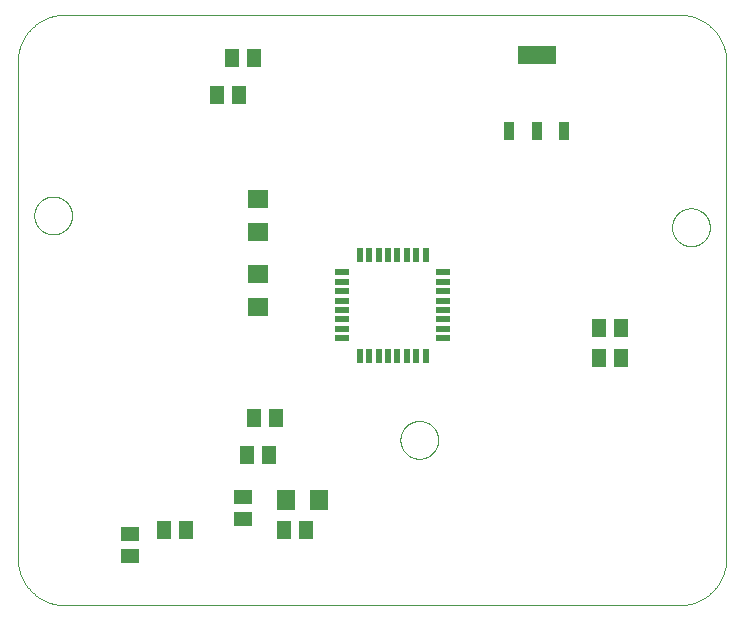
<source format=gbp>
G75*
%MOIN*%
%OFA0B0*%
%FSLAX25Y25*%
%IPPOS*%
%LPD*%
%AMOC8*
5,1,8,0,0,1.08239X$1,22.5*
%
%ADD10C,0.00000*%
%ADD11R,0.03500X0.06400*%
%ADD12R,0.12500X0.06400*%
%ADD13R,0.05906X0.05118*%
%ADD14R,0.05000X0.02200*%
%ADD15R,0.02200X0.05000*%
%ADD16R,0.07087X0.06299*%
%ADD17R,0.05118X0.05906*%
%ADD18R,0.06299X0.07087*%
D10*
X0016748Y0029795D02*
X0221472Y0029795D01*
X0221853Y0029800D01*
X0222233Y0029813D01*
X0222613Y0029836D01*
X0222992Y0029869D01*
X0223370Y0029910D01*
X0223747Y0029960D01*
X0224123Y0030020D01*
X0224498Y0030088D01*
X0224870Y0030166D01*
X0225241Y0030253D01*
X0225609Y0030348D01*
X0225975Y0030453D01*
X0226338Y0030566D01*
X0226699Y0030688D01*
X0227056Y0030818D01*
X0227410Y0030958D01*
X0227761Y0031105D01*
X0228108Y0031262D01*
X0228451Y0031426D01*
X0228790Y0031599D01*
X0229125Y0031780D01*
X0229456Y0031969D01*
X0229781Y0032166D01*
X0230102Y0032370D01*
X0230418Y0032583D01*
X0230728Y0032803D01*
X0231034Y0033030D01*
X0231333Y0033265D01*
X0231627Y0033507D01*
X0231915Y0033755D01*
X0232197Y0034011D01*
X0232472Y0034274D01*
X0232741Y0034543D01*
X0233004Y0034818D01*
X0233260Y0035100D01*
X0233508Y0035388D01*
X0233750Y0035682D01*
X0233985Y0035981D01*
X0234212Y0036287D01*
X0234432Y0036597D01*
X0234645Y0036913D01*
X0234849Y0037234D01*
X0235046Y0037559D01*
X0235235Y0037890D01*
X0235416Y0038225D01*
X0235589Y0038564D01*
X0235753Y0038907D01*
X0235910Y0039254D01*
X0236057Y0039605D01*
X0236197Y0039959D01*
X0236327Y0040316D01*
X0236449Y0040677D01*
X0236562Y0041040D01*
X0236667Y0041406D01*
X0236762Y0041774D01*
X0236849Y0042145D01*
X0236927Y0042517D01*
X0236995Y0042892D01*
X0237055Y0043268D01*
X0237105Y0043645D01*
X0237146Y0044023D01*
X0237179Y0044402D01*
X0237202Y0044782D01*
X0237215Y0045162D01*
X0237220Y0045543D01*
X0237220Y0210897D01*
X0237215Y0211278D01*
X0237202Y0211658D01*
X0237179Y0212038D01*
X0237146Y0212417D01*
X0237105Y0212795D01*
X0237055Y0213172D01*
X0236995Y0213548D01*
X0236927Y0213923D01*
X0236849Y0214295D01*
X0236762Y0214666D01*
X0236667Y0215034D01*
X0236562Y0215400D01*
X0236449Y0215763D01*
X0236327Y0216124D01*
X0236197Y0216481D01*
X0236057Y0216835D01*
X0235910Y0217186D01*
X0235753Y0217533D01*
X0235589Y0217876D01*
X0235416Y0218215D01*
X0235235Y0218550D01*
X0235046Y0218881D01*
X0234849Y0219206D01*
X0234645Y0219527D01*
X0234432Y0219843D01*
X0234212Y0220153D01*
X0233985Y0220459D01*
X0233750Y0220758D01*
X0233508Y0221052D01*
X0233260Y0221340D01*
X0233004Y0221622D01*
X0232741Y0221897D01*
X0232472Y0222166D01*
X0232197Y0222429D01*
X0231915Y0222685D01*
X0231627Y0222933D01*
X0231333Y0223175D01*
X0231034Y0223410D01*
X0230728Y0223637D01*
X0230418Y0223857D01*
X0230102Y0224070D01*
X0229781Y0224274D01*
X0229456Y0224471D01*
X0229125Y0224660D01*
X0228790Y0224841D01*
X0228451Y0225014D01*
X0228108Y0225178D01*
X0227761Y0225335D01*
X0227410Y0225482D01*
X0227056Y0225622D01*
X0226699Y0225752D01*
X0226338Y0225874D01*
X0225975Y0225987D01*
X0225609Y0226092D01*
X0225241Y0226187D01*
X0224870Y0226274D01*
X0224498Y0226352D01*
X0224123Y0226420D01*
X0223747Y0226480D01*
X0223370Y0226530D01*
X0222992Y0226571D01*
X0222613Y0226604D01*
X0222233Y0226627D01*
X0221853Y0226640D01*
X0221472Y0226645D01*
X0016748Y0226645D01*
X0016367Y0226640D01*
X0015987Y0226627D01*
X0015607Y0226604D01*
X0015228Y0226571D01*
X0014850Y0226530D01*
X0014473Y0226480D01*
X0014097Y0226420D01*
X0013722Y0226352D01*
X0013350Y0226274D01*
X0012979Y0226187D01*
X0012611Y0226092D01*
X0012245Y0225987D01*
X0011882Y0225874D01*
X0011521Y0225752D01*
X0011164Y0225622D01*
X0010810Y0225482D01*
X0010459Y0225335D01*
X0010112Y0225178D01*
X0009769Y0225014D01*
X0009430Y0224841D01*
X0009095Y0224660D01*
X0008764Y0224471D01*
X0008439Y0224274D01*
X0008118Y0224070D01*
X0007802Y0223857D01*
X0007492Y0223637D01*
X0007186Y0223410D01*
X0006887Y0223175D01*
X0006593Y0222933D01*
X0006305Y0222685D01*
X0006023Y0222429D01*
X0005748Y0222166D01*
X0005479Y0221897D01*
X0005216Y0221622D01*
X0004960Y0221340D01*
X0004712Y0221052D01*
X0004470Y0220758D01*
X0004235Y0220459D01*
X0004008Y0220153D01*
X0003788Y0219843D01*
X0003575Y0219527D01*
X0003371Y0219206D01*
X0003174Y0218881D01*
X0002985Y0218550D01*
X0002804Y0218215D01*
X0002631Y0217876D01*
X0002467Y0217533D01*
X0002310Y0217186D01*
X0002163Y0216835D01*
X0002023Y0216481D01*
X0001893Y0216124D01*
X0001771Y0215763D01*
X0001658Y0215400D01*
X0001553Y0215034D01*
X0001458Y0214666D01*
X0001371Y0214295D01*
X0001293Y0213923D01*
X0001225Y0213548D01*
X0001165Y0213172D01*
X0001115Y0212795D01*
X0001074Y0212417D01*
X0001041Y0212038D01*
X0001018Y0211658D01*
X0001005Y0211278D01*
X0001000Y0210897D01*
X0001000Y0045543D01*
X0001005Y0045162D01*
X0001018Y0044782D01*
X0001041Y0044402D01*
X0001074Y0044023D01*
X0001115Y0043645D01*
X0001165Y0043268D01*
X0001225Y0042892D01*
X0001293Y0042517D01*
X0001371Y0042145D01*
X0001458Y0041774D01*
X0001553Y0041406D01*
X0001658Y0041040D01*
X0001771Y0040677D01*
X0001893Y0040316D01*
X0002023Y0039959D01*
X0002163Y0039605D01*
X0002310Y0039254D01*
X0002467Y0038907D01*
X0002631Y0038564D01*
X0002804Y0038225D01*
X0002985Y0037890D01*
X0003174Y0037559D01*
X0003371Y0037234D01*
X0003575Y0036913D01*
X0003788Y0036597D01*
X0004008Y0036287D01*
X0004235Y0035981D01*
X0004470Y0035682D01*
X0004712Y0035388D01*
X0004960Y0035100D01*
X0005216Y0034818D01*
X0005479Y0034543D01*
X0005748Y0034274D01*
X0006023Y0034011D01*
X0006305Y0033755D01*
X0006593Y0033507D01*
X0006887Y0033265D01*
X0007186Y0033030D01*
X0007492Y0032803D01*
X0007802Y0032583D01*
X0008118Y0032370D01*
X0008439Y0032166D01*
X0008764Y0031969D01*
X0009095Y0031780D01*
X0009430Y0031599D01*
X0009769Y0031426D01*
X0010112Y0031262D01*
X0010459Y0031105D01*
X0010810Y0030958D01*
X0011164Y0030818D01*
X0011521Y0030688D01*
X0011882Y0030566D01*
X0012245Y0030453D01*
X0012611Y0030348D01*
X0012979Y0030253D01*
X0013350Y0030166D01*
X0013722Y0030088D01*
X0014097Y0030020D01*
X0014473Y0029960D01*
X0014850Y0029910D01*
X0015228Y0029869D01*
X0015607Y0029836D01*
X0015987Y0029813D01*
X0016367Y0029800D01*
X0016748Y0029795D01*
X0006512Y0159716D02*
X0006514Y0159874D01*
X0006520Y0160032D01*
X0006530Y0160190D01*
X0006544Y0160348D01*
X0006562Y0160505D01*
X0006583Y0160662D01*
X0006609Y0160818D01*
X0006639Y0160974D01*
X0006672Y0161129D01*
X0006710Y0161282D01*
X0006751Y0161435D01*
X0006796Y0161587D01*
X0006845Y0161738D01*
X0006898Y0161887D01*
X0006954Y0162035D01*
X0007014Y0162181D01*
X0007078Y0162326D01*
X0007146Y0162469D01*
X0007217Y0162611D01*
X0007291Y0162751D01*
X0007369Y0162888D01*
X0007451Y0163024D01*
X0007535Y0163158D01*
X0007624Y0163289D01*
X0007715Y0163418D01*
X0007810Y0163545D01*
X0007907Y0163670D01*
X0008008Y0163792D01*
X0008112Y0163911D01*
X0008219Y0164028D01*
X0008329Y0164142D01*
X0008442Y0164253D01*
X0008557Y0164362D01*
X0008675Y0164467D01*
X0008796Y0164569D01*
X0008919Y0164669D01*
X0009045Y0164765D01*
X0009173Y0164858D01*
X0009303Y0164948D01*
X0009436Y0165034D01*
X0009571Y0165118D01*
X0009707Y0165197D01*
X0009846Y0165274D01*
X0009987Y0165346D01*
X0010129Y0165416D01*
X0010273Y0165481D01*
X0010419Y0165543D01*
X0010566Y0165601D01*
X0010715Y0165656D01*
X0010865Y0165707D01*
X0011016Y0165754D01*
X0011168Y0165797D01*
X0011321Y0165836D01*
X0011476Y0165872D01*
X0011631Y0165903D01*
X0011787Y0165931D01*
X0011943Y0165955D01*
X0012100Y0165975D01*
X0012258Y0165991D01*
X0012415Y0166003D01*
X0012574Y0166011D01*
X0012732Y0166015D01*
X0012890Y0166015D01*
X0013048Y0166011D01*
X0013207Y0166003D01*
X0013364Y0165991D01*
X0013522Y0165975D01*
X0013679Y0165955D01*
X0013835Y0165931D01*
X0013991Y0165903D01*
X0014146Y0165872D01*
X0014301Y0165836D01*
X0014454Y0165797D01*
X0014606Y0165754D01*
X0014757Y0165707D01*
X0014907Y0165656D01*
X0015056Y0165601D01*
X0015203Y0165543D01*
X0015349Y0165481D01*
X0015493Y0165416D01*
X0015635Y0165346D01*
X0015776Y0165274D01*
X0015915Y0165197D01*
X0016051Y0165118D01*
X0016186Y0165034D01*
X0016319Y0164948D01*
X0016449Y0164858D01*
X0016577Y0164765D01*
X0016703Y0164669D01*
X0016826Y0164569D01*
X0016947Y0164467D01*
X0017065Y0164362D01*
X0017180Y0164253D01*
X0017293Y0164142D01*
X0017403Y0164028D01*
X0017510Y0163911D01*
X0017614Y0163792D01*
X0017715Y0163670D01*
X0017812Y0163545D01*
X0017907Y0163418D01*
X0017998Y0163289D01*
X0018087Y0163158D01*
X0018171Y0163024D01*
X0018253Y0162888D01*
X0018331Y0162751D01*
X0018405Y0162611D01*
X0018476Y0162469D01*
X0018544Y0162326D01*
X0018608Y0162181D01*
X0018668Y0162035D01*
X0018724Y0161887D01*
X0018777Y0161738D01*
X0018826Y0161587D01*
X0018871Y0161435D01*
X0018912Y0161282D01*
X0018950Y0161129D01*
X0018983Y0160974D01*
X0019013Y0160818D01*
X0019039Y0160662D01*
X0019060Y0160505D01*
X0019078Y0160348D01*
X0019092Y0160190D01*
X0019102Y0160032D01*
X0019108Y0159874D01*
X0019110Y0159716D01*
X0019108Y0159558D01*
X0019102Y0159400D01*
X0019092Y0159242D01*
X0019078Y0159084D01*
X0019060Y0158927D01*
X0019039Y0158770D01*
X0019013Y0158614D01*
X0018983Y0158458D01*
X0018950Y0158303D01*
X0018912Y0158150D01*
X0018871Y0157997D01*
X0018826Y0157845D01*
X0018777Y0157694D01*
X0018724Y0157545D01*
X0018668Y0157397D01*
X0018608Y0157251D01*
X0018544Y0157106D01*
X0018476Y0156963D01*
X0018405Y0156821D01*
X0018331Y0156681D01*
X0018253Y0156544D01*
X0018171Y0156408D01*
X0018087Y0156274D01*
X0017998Y0156143D01*
X0017907Y0156014D01*
X0017812Y0155887D01*
X0017715Y0155762D01*
X0017614Y0155640D01*
X0017510Y0155521D01*
X0017403Y0155404D01*
X0017293Y0155290D01*
X0017180Y0155179D01*
X0017065Y0155070D01*
X0016947Y0154965D01*
X0016826Y0154863D01*
X0016703Y0154763D01*
X0016577Y0154667D01*
X0016449Y0154574D01*
X0016319Y0154484D01*
X0016186Y0154398D01*
X0016051Y0154314D01*
X0015915Y0154235D01*
X0015776Y0154158D01*
X0015635Y0154086D01*
X0015493Y0154016D01*
X0015349Y0153951D01*
X0015203Y0153889D01*
X0015056Y0153831D01*
X0014907Y0153776D01*
X0014757Y0153725D01*
X0014606Y0153678D01*
X0014454Y0153635D01*
X0014301Y0153596D01*
X0014146Y0153560D01*
X0013991Y0153529D01*
X0013835Y0153501D01*
X0013679Y0153477D01*
X0013522Y0153457D01*
X0013364Y0153441D01*
X0013207Y0153429D01*
X0013048Y0153421D01*
X0012890Y0153417D01*
X0012732Y0153417D01*
X0012574Y0153421D01*
X0012415Y0153429D01*
X0012258Y0153441D01*
X0012100Y0153457D01*
X0011943Y0153477D01*
X0011787Y0153501D01*
X0011631Y0153529D01*
X0011476Y0153560D01*
X0011321Y0153596D01*
X0011168Y0153635D01*
X0011016Y0153678D01*
X0010865Y0153725D01*
X0010715Y0153776D01*
X0010566Y0153831D01*
X0010419Y0153889D01*
X0010273Y0153951D01*
X0010129Y0154016D01*
X0009987Y0154086D01*
X0009846Y0154158D01*
X0009707Y0154235D01*
X0009571Y0154314D01*
X0009436Y0154398D01*
X0009303Y0154484D01*
X0009173Y0154574D01*
X0009045Y0154667D01*
X0008919Y0154763D01*
X0008796Y0154863D01*
X0008675Y0154965D01*
X0008557Y0155070D01*
X0008442Y0155179D01*
X0008329Y0155290D01*
X0008219Y0155404D01*
X0008112Y0155521D01*
X0008008Y0155640D01*
X0007907Y0155762D01*
X0007810Y0155887D01*
X0007715Y0156014D01*
X0007624Y0156143D01*
X0007535Y0156274D01*
X0007451Y0156408D01*
X0007369Y0156544D01*
X0007291Y0156681D01*
X0007217Y0156821D01*
X0007146Y0156963D01*
X0007078Y0157106D01*
X0007014Y0157251D01*
X0006954Y0157397D01*
X0006898Y0157545D01*
X0006845Y0157694D01*
X0006796Y0157845D01*
X0006751Y0157997D01*
X0006710Y0158150D01*
X0006672Y0158303D01*
X0006639Y0158458D01*
X0006609Y0158614D01*
X0006583Y0158770D01*
X0006562Y0158927D01*
X0006544Y0159084D01*
X0006530Y0159242D01*
X0006520Y0159400D01*
X0006514Y0159558D01*
X0006512Y0159716D01*
X0128559Y0084913D02*
X0128561Y0085071D01*
X0128567Y0085229D01*
X0128577Y0085387D01*
X0128591Y0085545D01*
X0128609Y0085702D01*
X0128630Y0085859D01*
X0128656Y0086015D01*
X0128686Y0086171D01*
X0128719Y0086326D01*
X0128757Y0086479D01*
X0128798Y0086632D01*
X0128843Y0086784D01*
X0128892Y0086935D01*
X0128945Y0087084D01*
X0129001Y0087232D01*
X0129061Y0087378D01*
X0129125Y0087523D01*
X0129193Y0087666D01*
X0129264Y0087808D01*
X0129338Y0087948D01*
X0129416Y0088085D01*
X0129498Y0088221D01*
X0129582Y0088355D01*
X0129671Y0088486D01*
X0129762Y0088615D01*
X0129857Y0088742D01*
X0129954Y0088867D01*
X0130055Y0088989D01*
X0130159Y0089108D01*
X0130266Y0089225D01*
X0130376Y0089339D01*
X0130489Y0089450D01*
X0130604Y0089559D01*
X0130722Y0089664D01*
X0130843Y0089766D01*
X0130966Y0089866D01*
X0131092Y0089962D01*
X0131220Y0090055D01*
X0131350Y0090145D01*
X0131483Y0090231D01*
X0131618Y0090315D01*
X0131754Y0090394D01*
X0131893Y0090471D01*
X0132034Y0090543D01*
X0132176Y0090613D01*
X0132320Y0090678D01*
X0132466Y0090740D01*
X0132613Y0090798D01*
X0132762Y0090853D01*
X0132912Y0090904D01*
X0133063Y0090951D01*
X0133215Y0090994D01*
X0133368Y0091033D01*
X0133523Y0091069D01*
X0133678Y0091100D01*
X0133834Y0091128D01*
X0133990Y0091152D01*
X0134147Y0091172D01*
X0134305Y0091188D01*
X0134462Y0091200D01*
X0134621Y0091208D01*
X0134779Y0091212D01*
X0134937Y0091212D01*
X0135095Y0091208D01*
X0135254Y0091200D01*
X0135411Y0091188D01*
X0135569Y0091172D01*
X0135726Y0091152D01*
X0135882Y0091128D01*
X0136038Y0091100D01*
X0136193Y0091069D01*
X0136348Y0091033D01*
X0136501Y0090994D01*
X0136653Y0090951D01*
X0136804Y0090904D01*
X0136954Y0090853D01*
X0137103Y0090798D01*
X0137250Y0090740D01*
X0137396Y0090678D01*
X0137540Y0090613D01*
X0137682Y0090543D01*
X0137823Y0090471D01*
X0137962Y0090394D01*
X0138098Y0090315D01*
X0138233Y0090231D01*
X0138366Y0090145D01*
X0138496Y0090055D01*
X0138624Y0089962D01*
X0138750Y0089866D01*
X0138873Y0089766D01*
X0138994Y0089664D01*
X0139112Y0089559D01*
X0139227Y0089450D01*
X0139340Y0089339D01*
X0139450Y0089225D01*
X0139557Y0089108D01*
X0139661Y0088989D01*
X0139762Y0088867D01*
X0139859Y0088742D01*
X0139954Y0088615D01*
X0140045Y0088486D01*
X0140134Y0088355D01*
X0140218Y0088221D01*
X0140300Y0088085D01*
X0140378Y0087948D01*
X0140452Y0087808D01*
X0140523Y0087666D01*
X0140591Y0087523D01*
X0140655Y0087378D01*
X0140715Y0087232D01*
X0140771Y0087084D01*
X0140824Y0086935D01*
X0140873Y0086784D01*
X0140918Y0086632D01*
X0140959Y0086479D01*
X0140997Y0086326D01*
X0141030Y0086171D01*
X0141060Y0086015D01*
X0141086Y0085859D01*
X0141107Y0085702D01*
X0141125Y0085545D01*
X0141139Y0085387D01*
X0141149Y0085229D01*
X0141155Y0085071D01*
X0141157Y0084913D01*
X0141155Y0084755D01*
X0141149Y0084597D01*
X0141139Y0084439D01*
X0141125Y0084281D01*
X0141107Y0084124D01*
X0141086Y0083967D01*
X0141060Y0083811D01*
X0141030Y0083655D01*
X0140997Y0083500D01*
X0140959Y0083347D01*
X0140918Y0083194D01*
X0140873Y0083042D01*
X0140824Y0082891D01*
X0140771Y0082742D01*
X0140715Y0082594D01*
X0140655Y0082448D01*
X0140591Y0082303D01*
X0140523Y0082160D01*
X0140452Y0082018D01*
X0140378Y0081878D01*
X0140300Y0081741D01*
X0140218Y0081605D01*
X0140134Y0081471D01*
X0140045Y0081340D01*
X0139954Y0081211D01*
X0139859Y0081084D01*
X0139762Y0080959D01*
X0139661Y0080837D01*
X0139557Y0080718D01*
X0139450Y0080601D01*
X0139340Y0080487D01*
X0139227Y0080376D01*
X0139112Y0080267D01*
X0138994Y0080162D01*
X0138873Y0080060D01*
X0138750Y0079960D01*
X0138624Y0079864D01*
X0138496Y0079771D01*
X0138366Y0079681D01*
X0138233Y0079595D01*
X0138098Y0079511D01*
X0137962Y0079432D01*
X0137823Y0079355D01*
X0137682Y0079283D01*
X0137540Y0079213D01*
X0137396Y0079148D01*
X0137250Y0079086D01*
X0137103Y0079028D01*
X0136954Y0078973D01*
X0136804Y0078922D01*
X0136653Y0078875D01*
X0136501Y0078832D01*
X0136348Y0078793D01*
X0136193Y0078757D01*
X0136038Y0078726D01*
X0135882Y0078698D01*
X0135726Y0078674D01*
X0135569Y0078654D01*
X0135411Y0078638D01*
X0135254Y0078626D01*
X0135095Y0078618D01*
X0134937Y0078614D01*
X0134779Y0078614D01*
X0134621Y0078618D01*
X0134462Y0078626D01*
X0134305Y0078638D01*
X0134147Y0078654D01*
X0133990Y0078674D01*
X0133834Y0078698D01*
X0133678Y0078726D01*
X0133523Y0078757D01*
X0133368Y0078793D01*
X0133215Y0078832D01*
X0133063Y0078875D01*
X0132912Y0078922D01*
X0132762Y0078973D01*
X0132613Y0079028D01*
X0132466Y0079086D01*
X0132320Y0079148D01*
X0132176Y0079213D01*
X0132034Y0079283D01*
X0131893Y0079355D01*
X0131754Y0079432D01*
X0131618Y0079511D01*
X0131483Y0079595D01*
X0131350Y0079681D01*
X0131220Y0079771D01*
X0131092Y0079864D01*
X0130966Y0079960D01*
X0130843Y0080060D01*
X0130722Y0080162D01*
X0130604Y0080267D01*
X0130489Y0080376D01*
X0130376Y0080487D01*
X0130266Y0080601D01*
X0130159Y0080718D01*
X0130055Y0080837D01*
X0129954Y0080959D01*
X0129857Y0081084D01*
X0129762Y0081211D01*
X0129671Y0081340D01*
X0129582Y0081471D01*
X0129498Y0081605D01*
X0129416Y0081741D01*
X0129338Y0081878D01*
X0129264Y0082018D01*
X0129193Y0082160D01*
X0129125Y0082303D01*
X0129061Y0082448D01*
X0129001Y0082594D01*
X0128945Y0082742D01*
X0128892Y0082891D01*
X0128843Y0083042D01*
X0128798Y0083194D01*
X0128757Y0083347D01*
X0128719Y0083500D01*
X0128686Y0083655D01*
X0128656Y0083811D01*
X0128630Y0083967D01*
X0128609Y0084124D01*
X0128591Y0084281D01*
X0128577Y0084439D01*
X0128567Y0084597D01*
X0128561Y0084755D01*
X0128559Y0084913D01*
X0219110Y0155779D02*
X0219112Y0155937D01*
X0219118Y0156095D01*
X0219128Y0156253D01*
X0219142Y0156411D01*
X0219160Y0156568D01*
X0219181Y0156725D01*
X0219207Y0156881D01*
X0219237Y0157037D01*
X0219270Y0157192D01*
X0219308Y0157345D01*
X0219349Y0157498D01*
X0219394Y0157650D01*
X0219443Y0157801D01*
X0219496Y0157950D01*
X0219552Y0158098D01*
X0219612Y0158244D01*
X0219676Y0158389D01*
X0219744Y0158532D01*
X0219815Y0158674D01*
X0219889Y0158814D01*
X0219967Y0158951D01*
X0220049Y0159087D01*
X0220133Y0159221D01*
X0220222Y0159352D01*
X0220313Y0159481D01*
X0220408Y0159608D01*
X0220505Y0159733D01*
X0220606Y0159855D01*
X0220710Y0159974D01*
X0220817Y0160091D01*
X0220927Y0160205D01*
X0221040Y0160316D01*
X0221155Y0160425D01*
X0221273Y0160530D01*
X0221394Y0160632D01*
X0221517Y0160732D01*
X0221643Y0160828D01*
X0221771Y0160921D01*
X0221901Y0161011D01*
X0222034Y0161097D01*
X0222169Y0161181D01*
X0222305Y0161260D01*
X0222444Y0161337D01*
X0222585Y0161409D01*
X0222727Y0161479D01*
X0222871Y0161544D01*
X0223017Y0161606D01*
X0223164Y0161664D01*
X0223313Y0161719D01*
X0223463Y0161770D01*
X0223614Y0161817D01*
X0223766Y0161860D01*
X0223919Y0161899D01*
X0224074Y0161935D01*
X0224229Y0161966D01*
X0224385Y0161994D01*
X0224541Y0162018D01*
X0224698Y0162038D01*
X0224856Y0162054D01*
X0225013Y0162066D01*
X0225172Y0162074D01*
X0225330Y0162078D01*
X0225488Y0162078D01*
X0225646Y0162074D01*
X0225805Y0162066D01*
X0225962Y0162054D01*
X0226120Y0162038D01*
X0226277Y0162018D01*
X0226433Y0161994D01*
X0226589Y0161966D01*
X0226744Y0161935D01*
X0226899Y0161899D01*
X0227052Y0161860D01*
X0227204Y0161817D01*
X0227355Y0161770D01*
X0227505Y0161719D01*
X0227654Y0161664D01*
X0227801Y0161606D01*
X0227947Y0161544D01*
X0228091Y0161479D01*
X0228233Y0161409D01*
X0228374Y0161337D01*
X0228513Y0161260D01*
X0228649Y0161181D01*
X0228784Y0161097D01*
X0228917Y0161011D01*
X0229047Y0160921D01*
X0229175Y0160828D01*
X0229301Y0160732D01*
X0229424Y0160632D01*
X0229545Y0160530D01*
X0229663Y0160425D01*
X0229778Y0160316D01*
X0229891Y0160205D01*
X0230001Y0160091D01*
X0230108Y0159974D01*
X0230212Y0159855D01*
X0230313Y0159733D01*
X0230410Y0159608D01*
X0230505Y0159481D01*
X0230596Y0159352D01*
X0230685Y0159221D01*
X0230769Y0159087D01*
X0230851Y0158951D01*
X0230929Y0158814D01*
X0231003Y0158674D01*
X0231074Y0158532D01*
X0231142Y0158389D01*
X0231206Y0158244D01*
X0231266Y0158098D01*
X0231322Y0157950D01*
X0231375Y0157801D01*
X0231424Y0157650D01*
X0231469Y0157498D01*
X0231510Y0157345D01*
X0231548Y0157192D01*
X0231581Y0157037D01*
X0231611Y0156881D01*
X0231637Y0156725D01*
X0231658Y0156568D01*
X0231676Y0156411D01*
X0231690Y0156253D01*
X0231700Y0156095D01*
X0231706Y0155937D01*
X0231708Y0155779D01*
X0231706Y0155621D01*
X0231700Y0155463D01*
X0231690Y0155305D01*
X0231676Y0155147D01*
X0231658Y0154990D01*
X0231637Y0154833D01*
X0231611Y0154677D01*
X0231581Y0154521D01*
X0231548Y0154366D01*
X0231510Y0154213D01*
X0231469Y0154060D01*
X0231424Y0153908D01*
X0231375Y0153757D01*
X0231322Y0153608D01*
X0231266Y0153460D01*
X0231206Y0153314D01*
X0231142Y0153169D01*
X0231074Y0153026D01*
X0231003Y0152884D01*
X0230929Y0152744D01*
X0230851Y0152607D01*
X0230769Y0152471D01*
X0230685Y0152337D01*
X0230596Y0152206D01*
X0230505Y0152077D01*
X0230410Y0151950D01*
X0230313Y0151825D01*
X0230212Y0151703D01*
X0230108Y0151584D01*
X0230001Y0151467D01*
X0229891Y0151353D01*
X0229778Y0151242D01*
X0229663Y0151133D01*
X0229545Y0151028D01*
X0229424Y0150926D01*
X0229301Y0150826D01*
X0229175Y0150730D01*
X0229047Y0150637D01*
X0228917Y0150547D01*
X0228784Y0150461D01*
X0228649Y0150377D01*
X0228513Y0150298D01*
X0228374Y0150221D01*
X0228233Y0150149D01*
X0228091Y0150079D01*
X0227947Y0150014D01*
X0227801Y0149952D01*
X0227654Y0149894D01*
X0227505Y0149839D01*
X0227355Y0149788D01*
X0227204Y0149741D01*
X0227052Y0149698D01*
X0226899Y0149659D01*
X0226744Y0149623D01*
X0226589Y0149592D01*
X0226433Y0149564D01*
X0226277Y0149540D01*
X0226120Y0149520D01*
X0225962Y0149504D01*
X0225805Y0149492D01*
X0225646Y0149484D01*
X0225488Y0149480D01*
X0225330Y0149480D01*
X0225172Y0149484D01*
X0225013Y0149492D01*
X0224856Y0149504D01*
X0224698Y0149520D01*
X0224541Y0149540D01*
X0224385Y0149564D01*
X0224229Y0149592D01*
X0224074Y0149623D01*
X0223919Y0149659D01*
X0223766Y0149698D01*
X0223614Y0149741D01*
X0223463Y0149788D01*
X0223313Y0149839D01*
X0223164Y0149894D01*
X0223017Y0149952D01*
X0222871Y0150014D01*
X0222727Y0150079D01*
X0222585Y0150149D01*
X0222444Y0150221D01*
X0222305Y0150298D01*
X0222169Y0150377D01*
X0222034Y0150461D01*
X0221901Y0150547D01*
X0221771Y0150637D01*
X0221643Y0150730D01*
X0221517Y0150826D01*
X0221394Y0150926D01*
X0221273Y0151028D01*
X0221155Y0151133D01*
X0221040Y0151242D01*
X0220927Y0151353D01*
X0220817Y0151467D01*
X0220710Y0151584D01*
X0220606Y0151703D01*
X0220505Y0151825D01*
X0220408Y0151950D01*
X0220313Y0152077D01*
X0220222Y0152206D01*
X0220133Y0152337D01*
X0220049Y0152471D01*
X0219967Y0152607D01*
X0219889Y0152744D01*
X0219815Y0152884D01*
X0219744Y0153026D01*
X0219676Y0153169D01*
X0219612Y0153314D01*
X0219552Y0153460D01*
X0219496Y0153608D01*
X0219443Y0153757D01*
X0219394Y0153908D01*
X0219349Y0154060D01*
X0219308Y0154213D01*
X0219270Y0154366D01*
X0219237Y0154521D01*
X0219207Y0154677D01*
X0219181Y0154833D01*
X0219160Y0154990D01*
X0219142Y0155147D01*
X0219128Y0155305D01*
X0219118Y0155463D01*
X0219112Y0155621D01*
X0219110Y0155779D01*
D11*
X0183093Y0187996D03*
X0173993Y0187996D03*
X0164893Y0187996D03*
D12*
X0173993Y0213196D03*
D13*
X0076000Y0066035D03*
X0076000Y0058555D03*
X0038500Y0053535D03*
X0038500Y0046055D03*
D14*
X0109100Y0118771D03*
X0109100Y0121921D03*
X0109100Y0125071D03*
X0109100Y0128220D03*
X0109100Y0131370D03*
X0109100Y0134519D03*
X0109100Y0137669D03*
X0109100Y0140819D03*
X0142900Y0140819D03*
X0142900Y0137669D03*
X0142900Y0134519D03*
X0142900Y0131370D03*
X0142900Y0128220D03*
X0142900Y0125071D03*
X0142900Y0121921D03*
X0142900Y0118771D03*
D15*
X0137024Y0112895D03*
X0133874Y0112895D03*
X0130724Y0112895D03*
X0127575Y0112895D03*
X0124425Y0112895D03*
X0121276Y0112895D03*
X0118126Y0112895D03*
X0114976Y0112895D03*
X0114976Y0146695D03*
X0118126Y0146695D03*
X0121276Y0146695D03*
X0124425Y0146695D03*
X0127575Y0146695D03*
X0130724Y0146695D03*
X0133874Y0146695D03*
X0137024Y0146695D03*
D16*
X0081000Y0140307D03*
X0081000Y0129283D03*
X0081000Y0154283D03*
X0081000Y0165307D03*
D17*
X0074740Y0199795D03*
X0067260Y0199795D03*
X0072260Y0212295D03*
X0079740Y0212295D03*
X0079760Y0092295D03*
X0087240Y0092295D03*
X0084740Y0079795D03*
X0077260Y0079795D03*
X0089760Y0054795D03*
X0097240Y0054795D03*
X0057240Y0054795D03*
X0049760Y0054795D03*
X0194760Y0112295D03*
X0202240Y0112295D03*
X0202240Y0122295D03*
X0194760Y0122295D03*
D18*
X0101512Y0064795D03*
X0090488Y0064795D03*
M02*

</source>
